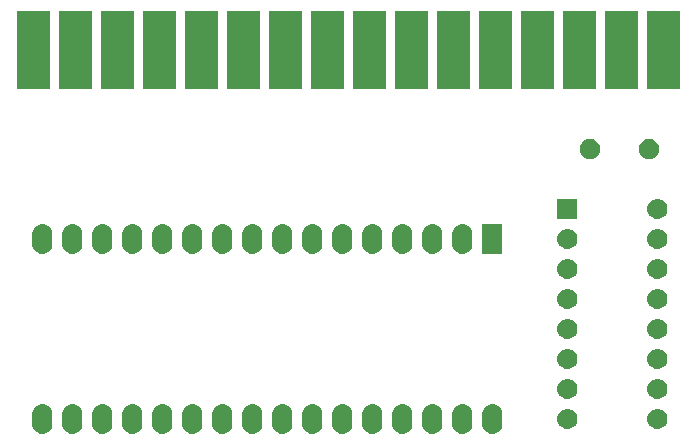
<source format=gbr>
G04 #@! TF.GenerationSoftware,KiCad,Pcbnew,(5.1.4)-1*
G04 #@! TF.CreationDate,2019-11-15T07:05:28+03:00*
G04 #@! TF.ProjectId,ApogeeRom,41706f67-6565-4526-9f6d-2e6b69636164,rev?*
G04 #@! TF.SameCoordinates,Original*
G04 #@! TF.FileFunction,Soldermask,Top*
G04 #@! TF.FilePolarity,Negative*
%FSLAX46Y46*%
G04 Gerber Fmt 4.6, Leading zero omitted, Abs format (unit mm)*
G04 Created by KiCad (PCBNEW (5.1.4)-1) date 2019-11-15 07:05:28*
%MOMM*%
%LPD*%
G04 APERTURE LIST*
%ADD10C,0.100000*%
G04 APERTURE END LIST*
D10*
G36*
X128436823Y-96551313D02*
G01*
X128597242Y-96599976D01*
X128729906Y-96670886D01*
X128745078Y-96678996D01*
X128874659Y-96785341D01*
X128981004Y-96914922D01*
X128981005Y-96914924D01*
X129060024Y-97062758D01*
X129060025Y-97062761D01*
X129064950Y-97078996D01*
X129108687Y-97223178D01*
X129121000Y-97348197D01*
X129121000Y-98231804D01*
X129108687Y-98356823D01*
X129108686Y-98356825D01*
X129064950Y-98501005D01*
X129060024Y-98517242D01*
X129000456Y-98628686D01*
X128981004Y-98665078D01*
X128874659Y-98794659D01*
X128745077Y-98901005D01*
X128597241Y-98980024D01*
X128436822Y-99028687D01*
X128270000Y-99045117D01*
X128103177Y-99028687D01*
X127942758Y-98980024D01*
X127794924Y-98901005D01*
X127794922Y-98901004D01*
X127665341Y-98794659D01*
X127558995Y-98665077D01*
X127479976Y-98517241D01*
X127475051Y-98501004D01*
X127431314Y-98356824D01*
X127431313Y-98356822D01*
X127419000Y-98231803D01*
X127419000Y-97348197D01*
X127431314Y-97223177D01*
X127475051Y-97078996D01*
X127479976Y-97062761D01*
X127479977Y-97062758D01*
X127558996Y-96914924D01*
X127558997Y-96914922D01*
X127665342Y-96785341D01*
X127794923Y-96678996D01*
X127810095Y-96670886D01*
X127942759Y-96599976D01*
X128103178Y-96551313D01*
X128270000Y-96534883D01*
X128436823Y-96551313D01*
X128436823Y-96551313D01*
G37*
G36*
X123356823Y-96551313D02*
G01*
X123517242Y-96599976D01*
X123649906Y-96670886D01*
X123665078Y-96678996D01*
X123794659Y-96785341D01*
X123901004Y-96914922D01*
X123901005Y-96914924D01*
X123980024Y-97062758D01*
X123980025Y-97062761D01*
X123984950Y-97078996D01*
X124028687Y-97223178D01*
X124041000Y-97348197D01*
X124041000Y-98231804D01*
X124028687Y-98356823D01*
X124028686Y-98356825D01*
X123984950Y-98501005D01*
X123980024Y-98517242D01*
X123920456Y-98628686D01*
X123901004Y-98665078D01*
X123794659Y-98794659D01*
X123665077Y-98901005D01*
X123517241Y-98980024D01*
X123356822Y-99028687D01*
X123190000Y-99045117D01*
X123023177Y-99028687D01*
X122862758Y-98980024D01*
X122714924Y-98901005D01*
X122714922Y-98901004D01*
X122585341Y-98794659D01*
X122478995Y-98665077D01*
X122399976Y-98517241D01*
X122395051Y-98501004D01*
X122351314Y-98356824D01*
X122351313Y-98356822D01*
X122339000Y-98231803D01*
X122339000Y-97348197D01*
X122351314Y-97223177D01*
X122395051Y-97078996D01*
X122399976Y-97062761D01*
X122399977Y-97062758D01*
X122478996Y-96914924D01*
X122478997Y-96914922D01*
X122585342Y-96785341D01*
X122714923Y-96678996D01*
X122730095Y-96670886D01*
X122862759Y-96599976D01*
X123023178Y-96551313D01*
X123190000Y-96534883D01*
X123356823Y-96551313D01*
X123356823Y-96551313D01*
G37*
G36*
X143676823Y-96551313D02*
G01*
X143837242Y-96599976D01*
X143969906Y-96670886D01*
X143985078Y-96678996D01*
X144114659Y-96785341D01*
X144221004Y-96914922D01*
X144221005Y-96914924D01*
X144300024Y-97062758D01*
X144300025Y-97062761D01*
X144304950Y-97078996D01*
X144348687Y-97223178D01*
X144361000Y-97348197D01*
X144361000Y-98231804D01*
X144348687Y-98356823D01*
X144348686Y-98356825D01*
X144304950Y-98501005D01*
X144300024Y-98517242D01*
X144240456Y-98628686D01*
X144221004Y-98665078D01*
X144114659Y-98794659D01*
X143985077Y-98901005D01*
X143837241Y-98980024D01*
X143676822Y-99028687D01*
X143510000Y-99045117D01*
X143343177Y-99028687D01*
X143182758Y-98980024D01*
X143034924Y-98901005D01*
X143034922Y-98901004D01*
X142905341Y-98794659D01*
X142798995Y-98665077D01*
X142719976Y-98517241D01*
X142715051Y-98501004D01*
X142671314Y-98356824D01*
X142671313Y-98356822D01*
X142659000Y-98231803D01*
X142659000Y-97348197D01*
X142671314Y-97223177D01*
X142715051Y-97078996D01*
X142719976Y-97062761D01*
X142719977Y-97062758D01*
X142798996Y-96914924D01*
X142798997Y-96914922D01*
X142905342Y-96785341D01*
X143034923Y-96678996D01*
X143050095Y-96670886D01*
X143182759Y-96599976D01*
X143343178Y-96551313D01*
X143510000Y-96534883D01*
X143676823Y-96551313D01*
X143676823Y-96551313D01*
G37*
G36*
X141136823Y-96551313D02*
G01*
X141297242Y-96599976D01*
X141429906Y-96670886D01*
X141445078Y-96678996D01*
X141574659Y-96785341D01*
X141681004Y-96914922D01*
X141681005Y-96914924D01*
X141760024Y-97062758D01*
X141760025Y-97062761D01*
X141764950Y-97078996D01*
X141808687Y-97223178D01*
X141821000Y-97348197D01*
X141821000Y-98231804D01*
X141808687Y-98356823D01*
X141808686Y-98356825D01*
X141764950Y-98501005D01*
X141760024Y-98517242D01*
X141700456Y-98628686D01*
X141681004Y-98665078D01*
X141574659Y-98794659D01*
X141445077Y-98901005D01*
X141297241Y-98980024D01*
X141136822Y-99028687D01*
X140970000Y-99045117D01*
X140803177Y-99028687D01*
X140642758Y-98980024D01*
X140494924Y-98901005D01*
X140494922Y-98901004D01*
X140365341Y-98794659D01*
X140258995Y-98665077D01*
X140179976Y-98517241D01*
X140175051Y-98501004D01*
X140131314Y-98356824D01*
X140131313Y-98356822D01*
X140119000Y-98231803D01*
X140119000Y-97348197D01*
X140131314Y-97223177D01*
X140175051Y-97078996D01*
X140179976Y-97062761D01*
X140179977Y-97062758D01*
X140258996Y-96914924D01*
X140258997Y-96914922D01*
X140365342Y-96785341D01*
X140494923Y-96678996D01*
X140510095Y-96670886D01*
X140642759Y-96599976D01*
X140803178Y-96551313D01*
X140970000Y-96534883D01*
X141136823Y-96551313D01*
X141136823Y-96551313D01*
G37*
G36*
X138596823Y-96551313D02*
G01*
X138757242Y-96599976D01*
X138889906Y-96670886D01*
X138905078Y-96678996D01*
X139034659Y-96785341D01*
X139141004Y-96914922D01*
X139141005Y-96914924D01*
X139220024Y-97062758D01*
X139220025Y-97062761D01*
X139224950Y-97078996D01*
X139268687Y-97223178D01*
X139281000Y-97348197D01*
X139281000Y-98231804D01*
X139268687Y-98356823D01*
X139268686Y-98356825D01*
X139224950Y-98501005D01*
X139220024Y-98517242D01*
X139160456Y-98628686D01*
X139141004Y-98665078D01*
X139034659Y-98794659D01*
X138905077Y-98901005D01*
X138757241Y-98980024D01*
X138596822Y-99028687D01*
X138430000Y-99045117D01*
X138263177Y-99028687D01*
X138102758Y-98980024D01*
X137954924Y-98901005D01*
X137954922Y-98901004D01*
X137825341Y-98794659D01*
X137718995Y-98665077D01*
X137639976Y-98517241D01*
X137635051Y-98501004D01*
X137591314Y-98356824D01*
X137591313Y-98356822D01*
X137579000Y-98231803D01*
X137579000Y-97348197D01*
X137591314Y-97223177D01*
X137635051Y-97078996D01*
X137639976Y-97062761D01*
X137639977Y-97062758D01*
X137718996Y-96914924D01*
X137718997Y-96914922D01*
X137825342Y-96785341D01*
X137954923Y-96678996D01*
X137970095Y-96670886D01*
X138102759Y-96599976D01*
X138263178Y-96551313D01*
X138430000Y-96534883D01*
X138596823Y-96551313D01*
X138596823Y-96551313D01*
G37*
G36*
X136056823Y-96551313D02*
G01*
X136217242Y-96599976D01*
X136349906Y-96670886D01*
X136365078Y-96678996D01*
X136494659Y-96785341D01*
X136601004Y-96914922D01*
X136601005Y-96914924D01*
X136680024Y-97062758D01*
X136680025Y-97062761D01*
X136684950Y-97078996D01*
X136728687Y-97223178D01*
X136741000Y-97348197D01*
X136741000Y-98231804D01*
X136728687Y-98356823D01*
X136728686Y-98356825D01*
X136684950Y-98501005D01*
X136680024Y-98517242D01*
X136620456Y-98628686D01*
X136601004Y-98665078D01*
X136494659Y-98794659D01*
X136365077Y-98901005D01*
X136217241Y-98980024D01*
X136056822Y-99028687D01*
X135890000Y-99045117D01*
X135723177Y-99028687D01*
X135562758Y-98980024D01*
X135414924Y-98901005D01*
X135414922Y-98901004D01*
X135285341Y-98794659D01*
X135178995Y-98665077D01*
X135099976Y-98517241D01*
X135095051Y-98501004D01*
X135051314Y-98356824D01*
X135051313Y-98356822D01*
X135039000Y-98231803D01*
X135039000Y-97348197D01*
X135051314Y-97223177D01*
X135095051Y-97078996D01*
X135099976Y-97062761D01*
X135099977Y-97062758D01*
X135178996Y-96914924D01*
X135178997Y-96914922D01*
X135285342Y-96785341D01*
X135414923Y-96678996D01*
X135430095Y-96670886D01*
X135562759Y-96599976D01*
X135723178Y-96551313D01*
X135890000Y-96534883D01*
X136056823Y-96551313D01*
X136056823Y-96551313D01*
G37*
G36*
X133516823Y-96551313D02*
G01*
X133677242Y-96599976D01*
X133809906Y-96670886D01*
X133825078Y-96678996D01*
X133954659Y-96785341D01*
X134061004Y-96914922D01*
X134061005Y-96914924D01*
X134140024Y-97062758D01*
X134140025Y-97062761D01*
X134144950Y-97078996D01*
X134188687Y-97223178D01*
X134201000Y-97348197D01*
X134201000Y-98231804D01*
X134188687Y-98356823D01*
X134188686Y-98356825D01*
X134144950Y-98501005D01*
X134140024Y-98517242D01*
X134080456Y-98628686D01*
X134061004Y-98665078D01*
X133954659Y-98794659D01*
X133825077Y-98901005D01*
X133677241Y-98980024D01*
X133516822Y-99028687D01*
X133350000Y-99045117D01*
X133183177Y-99028687D01*
X133022758Y-98980024D01*
X132874924Y-98901005D01*
X132874922Y-98901004D01*
X132745341Y-98794659D01*
X132638995Y-98665077D01*
X132559976Y-98517241D01*
X132555051Y-98501004D01*
X132511314Y-98356824D01*
X132511313Y-98356822D01*
X132499000Y-98231803D01*
X132499000Y-97348197D01*
X132511314Y-97223177D01*
X132555051Y-97078996D01*
X132559976Y-97062761D01*
X132559977Y-97062758D01*
X132638996Y-96914924D01*
X132638997Y-96914922D01*
X132745342Y-96785341D01*
X132874923Y-96678996D01*
X132890095Y-96670886D01*
X133022759Y-96599976D01*
X133183178Y-96551313D01*
X133350000Y-96534883D01*
X133516823Y-96551313D01*
X133516823Y-96551313D01*
G37*
G36*
X130976823Y-96551313D02*
G01*
X131137242Y-96599976D01*
X131269906Y-96670886D01*
X131285078Y-96678996D01*
X131414659Y-96785341D01*
X131521004Y-96914922D01*
X131521005Y-96914924D01*
X131600024Y-97062758D01*
X131600025Y-97062761D01*
X131604950Y-97078996D01*
X131648687Y-97223178D01*
X131661000Y-97348197D01*
X131661000Y-98231804D01*
X131648687Y-98356823D01*
X131648686Y-98356825D01*
X131604950Y-98501005D01*
X131600024Y-98517242D01*
X131540456Y-98628686D01*
X131521004Y-98665078D01*
X131414659Y-98794659D01*
X131285077Y-98901005D01*
X131137241Y-98980024D01*
X130976822Y-99028687D01*
X130810000Y-99045117D01*
X130643177Y-99028687D01*
X130482758Y-98980024D01*
X130334924Y-98901005D01*
X130334922Y-98901004D01*
X130205341Y-98794659D01*
X130098995Y-98665077D01*
X130019976Y-98517241D01*
X130015051Y-98501004D01*
X129971314Y-98356824D01*
X129971313Y-98356822D01*
X129959000Y-98231803D01*
X129959000Y-97348197D01*
X129971314Y-97223177D01*
X130015051Y-97078996D01*
X130019976Y-97062761D01*
X130019977Y-97062758D01*
X130098996Y-96914924D01*
X130098997Y-96914922D01*
X130205342Y-96785341D01*
X130334923Y-96678996D01*
X130350095Y-96670886D01*
X130482759Y-96599976D01*
X130643178Y-96551313D01*
X130810000Y-96534883D01*
X130976823Y-96551313D01*
X130976823Y-96551313D01*
G37*
G36*
X125896823Y-96551313D02*
G01*
X126057242Y-96599976D01*
X126189906Y-96670886D01*
X126205078Y-96678996D01*
X126334659Y-96785341D01*
X126441004Y-96914922D01*
X126441005Y-96914924D01*
X126520024Y-97062758D01*
X126520025Y-97062761D01*
X126524950Y-97078996D01*
X126568687Y-97223178D01*
X126581000Y-97348197D01*
X126581000Y-98231804D01*
X126568687Y-98356823D01*
X126568686Y-98356825D01*
X126524950Y-98501005D01*
X126520024Y-98517242D01*
X126460456Y-98628686D01*
X126441004Y-98665078D01*
X126334659Y-98794659D01*
X126205077Y-98901005D01*
X126057241Y-98980024D01*
X125896822Y-99028687D01*
X125730000Y-99045117D01*
X125563177Y-99028687D01*
X125402758Y-98980024D01*
X125254924Y-98901005D01*
X125254922Y-98901004D01*
X125125341Y-98794659D01*
X125018995Y-98665077D01*
X124939976Y-98517241D01*
X124935051Y-98501004D01*
X124891314Y-98356824D01*
X124891313Y-98356822D01*
X124879000Y-98231803D01*
X124879000Y-97348197D01*
X124891314Y-97223177D01*
X124935051Y-97078996D01*
X124939976Y-97062761D01*
X124939977Y-97062758D01*
X125018996Y-96914924D01*
X125018997Y-96914922D01*
X125125342Y-96785341D01*
X125254923Y-96678996D01*
X125270095Y-96670886D01*
X125402759Y-96599976D01*
X125563178Y-96551313D01*
X125730000Y-96534883D01*
X125896823Y-96551313D01*
X125896823Y-96551313D01*
G37*
G36*
X120816823Y-96551313D02*
G01*
X120977242Y-96599976D01*
X121109906Y-96670886D01*
X121125078Y-96678996D01*
X121254659Y-96785341D01*
X121361004Y-96914922D01*
X121361005Y-96914924D01*
X121440024Y-97062758D01*
X121440025Y-97062761D01*
X121444950Y-97078996D01*
X121488687Y-97223178D01*
X121501000Y-97348197D01*
X121501000Y-98231804D01*
X121488687Y-98356823D01*
X121488686Y-98356825D01*
X121444950Y-98501005D01*
X121440024Y-98517242D01*
X121380456Y-98628686D01*
X121361004Y-98665078D01*
X121254659Y-98794659D01*
X121125077Y-98901005D01*
X120977241Y-98980024D01*
X120816822Y-99028687D01*
X120650000Y-99045117D01*
X120483177Y-99028687D01*
X120322758Y-98980024D01*
X120174924Y-98901005D01*
X120174922Y-98901004D01*
X120045341Y-98794659D01*
X119938995Y-98665077D01*
X119859976Y-98517241D01*
X119855051Y-98501004D01*
X119811314Y-98356824D01*
X119811313Y-98356822D01*
X119799000Y-98231803D01*
X119799000Y-97348197D01*
X119811314Y-97223177D01*
X119855051Y-97078996D01*
X119859976Y-97062761D01*
X119859977Y-97062758D01*
X119938996Y-96914924D01*
X119938997Y-96914922D01*
X120045342Y-96785341D01*
X120174923Y-96678996D01*
X120190095Y-96670886D01*
X120322759Y-96599976D01*
X120483178Y-96551313D01*
X120650000Y-96534883D01*
X120816823Y-96551313D01*
X120816823Y-96551313D01*
G37*
G36*
X118276823Y-96551313D02*
G01*
X118437242Y-96599976D01*
X118569906Y-96670886D01*
X118585078Y-96678996D01*
X118714659Y-96785341D01*
X118821004Y-96914922D01*
X118821005Y-96914924D01*
X118900024Y-97062758D01*
X118900025Y-97062761D01*
X118904950Y-97078996D01*
X118948687Y-97223178D01*
X118961000Y-97348197D01*
X118961000Y-98231804D01*
X118948687Y-98356823D01*
X118948686Y-98356825D01*
X118904950Y-98501005D01*
X118900024Y-98517242D01*
X118840456Y-98628686D01*
X118821004Y-98665078D01*
X118714659Y-98794659D01*
X118585077Y-98901005D01*
X118437241Y-98980024D01*
X118276822Y-99028687D01*
X118110000Y-99045117D01*
X117943177Y-99028687D01*
X117782758Y-98980024D01*
X117634924Y-98901005D01*
X117634922Y-98901004D01*
X117505341Y-98794659D01*
X117398995Y-98665077D01*
X117319976Y-98517241D01*
X117315051Y-98501004D01*
X117271314Y-98356824D01*
X117271313Y-98356822D01*
X117259000Y-98231803D01*
X117259000Y-97348197D01*
X117271314Y-97223177D01*
X117315051Y-97078996D01*
X117319976Y-97062761D01*
X117319977Y-97062758D01*
X117398996Y-96914924D01*
X117398997Y-96914922D01*
X117505342Y-96785341D01*
X117634923Y-96678996D01*
X117650095Y-96670886D01*
X117782759Y-96599976D01*
X117943178Y-96551313D01*
X118110000Y-96534883D01*
X118276823Y-96551313D01*
X118276823Y-96551313D01*
G37*
G36*
X115736823Y-96551313D02*
G01*
X115897242Y-96599976D01*
X116029906Y-96670886D01*
X116045078Y-96678996D01*
X116174659Y-96785341D01*
X116281004Y-96914922D01*
X116281005Y-96914924D01*
X116360024Y-97062758D01*
X116360025Y-97062761D01*
X116364950Y-97078996D01*
X116408687Y-97223178D01*
X116421000Y-97348197D01*
X116421000Y-98231804D01*
X116408687Y-98356823D01*
X116408686Y-98356825D01*
X116364950Y-98501005D01*
X116360024Y-98517242D01*
X116300456Y-98628686D01*
X116281004Y-98665078D01*
X116174659Y-98794659D01*
X116045077Y-98901005D01*
X115897241Y-98980024D01*
X115736822Y-99028687D01*
X115570000Y-99045117D01*
X115403177Y-99028687D01*
X115242758Y-98980024D01*
X115094924Y-98901005D01*
X115094922Y-98901004D01*
X114965341Y-98794659D01*
X114858995Y-98665077D01*
X114779976Y-98517241D01*
X114775051Y-98501004D01*
X114731314Y-98356824D01*
X114731313Y-98356822D01*
X114719000Y-98231803D01*
X114719000Y-97348197D01*
X114731314Y-97223177D01*
X114775051Y-97078996D01*
X114779976Y-97062761D01*
X114779977Y-97062758D01*
X114858996Y-96914924D01*
X114858997Y-96914922D01*
X114965342Y-96785341D01*
X115094923Y-96678996D01*
X115110095Y-96670886D01*
X115242759Y-96599976D01*
X115403178Y-96551313D01*
X115570000Y-96534883D01*
X115736823Y-96551313D01*
X115736823Y-96551313D01*
G37*
G36*
X113196823Y-96551313D02*
G01*
X113357242Y-96599976D01*
X113489906Y-96670886D01*
X113505078Y-96678996D01*
X113634659Y-96785341D01*
X113741004Y-96914922D01*
X113741005Y-96914924D01*
X113820024Y-97062758D01*
X113820025Y-97062761D01*
X113824950Y-97078996D01*
X113868687Y-97223178D01*
X113881000Y-97348197D01*
X113881000Y-98231804D01*
X113868687Y-98356823D01*
X113868686Y-98356825D01*
X113824950Y-98501005D01*
X113820024Y-98517242D01*
X113760456Y-98628686D01*
X113741004Y-98665078D01*
X113634659Y-98794659D01*
X113505077Y-98901005D01*
X113357241Y-98980024D01*
X113196822Y-99028687D01*
X113030000Y-99045117D01*
X112863177Y-99028687D01*
X112702758Y-98980024D01*
X112554924Y-98901005D01*
X112554922Y-98901004D01*
X112425341Y-98794659D01*
X112318995Y-98665077D01*
X112239976Y-98517241D01*
X112235051Y-98501004D01*
X112191314Y-98356824D01*
X112191313Y-98356822D01*
X112179000Y-98231803D01*
X112179000Y-97348197D01*
X112191314Y-97223177D01*
X112235051Y-97078996D01*
X112239976Y-97062761D01*
X112239977Y-97062758D01*
X112318996Y-96914924D01*
X112318997Y-96914922D01*
X112425342Y-96785341D01*
X112554923Y-96678996D01*
X112570095Y-96670886D01*
X112702759Y-96599976D01*
X112863178Y-96551313D01*
X113030000Y-96534883D01*
X113196823Y-96551313D01*
X113196823Y-96551313D01*
G37*
G36*
X110656823Y-96551313D02*
G01*
X110817242Y-96599976D01*
X110949906Y-96670886D01*
X110965078Y-96678996D01*
X111094659Y-96785341D01*
X111201004Y-96914922D01*
X111201005Y-96914924D01*
X111280024Y-97062758D01*
X111280025Y-97062761D01*
X111284950Y-97078996D01*
X111328687Y-97223178D01*
X111341000Y-97348197D01*
X111341000Y-98231804D01*
X111328687Y-98356823D01*
X111328686Y-98356825D01*
X111284950Y-98501005D01*
X111280024Y-98517242D01*
X111220456Y-98628686D01*
X111201004Y-98665078D01*
X111094659Y-98794659D01*
X110965077Y-98901005D01*
X110817241Y-98980024D01*
X110656822Y-99028687D01*
X110490000Y-99045117D01*
X110323177Y-99028687D01*
X110162758Y-98980024D01*
X110014924Y-98901005D01*
X110014922Y-98901004D01*
X109885341Y-98794659D01*
X109778995Y-98665077D01*
X109699976Y-98517241D01*
X109695051Y-98501004D01*
X109651314Y-98356824D01*
X109651313Y-98356822D01*
X109639000Y-98231803D01*
X109639000Y-97348197D01*
X109651314Y-97223177D01*
X109695051Y-97078996D01*
X109699976Y-97062761D01*
X109699977Y-97062758D01*
X109778996Y-96914924D01*
X109778997Y-96914922D01*
X109885342Y-96785341D01*
X110014923Y-96678996D01*
X110030095Y-96670886D01*
X110162759Y-96599976D01*
X110323178Y-96551313D01*
X110490000Y-96534883D01*
X110656823Y-96551313D01*
X110656823Y-96551313D01*
G37*
G36*
X108116823Y-96551313D02*
G01*
X108277242Y-96599976D01*
X108409906Y-96670886D01*
X108425078Y-96678996D01*
X108554659Y-96785341D01*
X108661004Y-96914922D01*
X108661005Y-96914924D01*
X108740024Y-97062758D01*
X108740025Y-97062761D01*
X108744950Y-97078996D01*
X108788687Y-97223178D01*
X108801000Y-97348197D01*
X108801000Y-98231804D01*
X108788687Y-98356823D01*
X108788686Y-98356825D01*
X108744950Y-98501005D01*
X108740024Y-98517242D01*
X108680456Y-98628686D01*
X108661004Y-98665078D01*
X108554659Y-98794659D01*
X108425077Y-98901005D01*
X108277241Y-98980024D01*
X108116822Y-99028687D01*
X107950000Y-99045117D01*
X107783177Y-99028687D01*
X107622758Y-98980024D01*
X107474924Y-98901005D01*
X107474922Y-98901004D01*
X107345341Y-98794659D01*
X107238995Y-98665077D01*
X107159976Y-98517241D01*
X107155051Y-98501004D01*
X107111314Y-98356824D01*
X107111313Y-98356822D01*
X107099000Y-98231803D01*
X107099000Y-97348197D01*
X107111314Y-97223177D01*
X107155051Y-97078996D01*
X107159976Y-97062761D01*
X107159977Y-97062758D01*
X107238996Y-96914924D01*
X107238997Y-96914922D01*
X107345342Y-96785341D01*
X107474923Y-96678996D01*
X107490095Y-96670886D01*
X107622759Y-96599976D01*
X107783178Y-96551313D01*
X107950000Y-96534883D01*
X108116823Y-96551313D01*
X108116823Y-96551313D01*
G37*
G36*
X105576823Y-96551313D02*
G01*
X105737242Y-96599976D01*
X105869906Y-96670886D01*
X105885078Y-96678996D01*
X106014659Y-96785341D01*
X106121004Y-96914922D01*
X106121005Y-96914924D01*
X106200024Y-97062758D01*
X106200025Y-97062761D01*
X106204950Y-97078996D01*
X106248687Y-97223178D01*
X106261000Y-97348197D01*
X106261000Y-98231804D01*
X106248687Y-98356823D01*
X106248686Y-98356825D01*
X106204950Y-98501005D01*
X106200024Y-98517242D01*
X106140456Y-98628686D01*
X106121004Y-98665078D01*
X106014659Y-98794659D01*
X105885077Y-98901005D01*
X105737241Y-98980024D01*
X105576822Y-99028687D01*
X105410000Y-99045117D01*
X105243177Y-99028687D01*
X105082758Y-98980024D01*
X104934924Y-98901005D01*
X104934922Y-98901004D01*
X104805341Y-98794659D01*
X104698995Y-98665077D01*
X104619976Y-98517241D01*
X104615051Y-98501004D01*
X104571314Y-98356824D01*
X104571313Y-98356822D01*
X104559000Y-98231803D01*
X104559000Y-97348197D01*
X104571314Y-97223177D01*
X104615051Y-97078996D01*
X104619976Y-97062761D01*
X104619977Y-97062758D01*
X104698996Y-96914924D01*
X104698997Y-96914922D01*
X104805342Y-96785341D01*
X104934923Y-96678996D01*
X104950095Y-96670886D01*
X105082759Y-96599976D01*
X105243178Y-96551313D01*
X105410000Y-96534883D01*
X105576823Y-96551313D01*
X105576823Y-96551313D01*
G37*
G36*
X150026823Y-96951313D02*
G01*
X150187242Y-96999976D01*
X150304699Y-97062758D01*
X150335078Y-97078996D01*
X150464659Y-97185341D01*
X150571004Y-97314922D01*
X150571005Y-97314924D01*
X150650024Y-97462758D01*
X150698687Y-97623177D01*
X150715117Y-97790000D01*
X150698687Y-97956823D01*
X150650024Y-98117242D01*
X150588792Y-98231799D01*
X150571004Y-98265078D01*
X150464659Y-98394659D01*
X150335078Y-98501004D01*
X150335076Y-98501005D01*
X150187242Y-98580024D01*
X150026823Y-98628687D01*
X149901804Y-98641000D01*
X149818196Y-98641000D01*
X149693177Y-98628687D01*
X149532758Y-98580024D01*
X149384924Y-98501005D01*
X149384922Y-98501004D01*
X149255341Y-98394659D01*
X149148996Y-98265078D01*
X149131208Y-98231799D01*
X149069976Y-98117242D01*
X149021313Y-97956823D01*
X149004883Y-97790000D01*
X149021313Y-97623177D01*
X149069976Y-97462758D01*
X149148995Y-97314924D01*
X149148996Y-97314922D01*
X149255341Y-97185341D01*
X149384922Y-97078996D01*
X149415301Y-97062758D01*
X149532758Y-96999976D01*
X149693177Y-96951313D01*
X149818196Y-96939000D01*
X149901804Y-96939000D01*
X150026823Y-96951313D01*
X150026823Y-96951313D01*
G37*
G36*
X157646823Y-96951313D02*
G01*
X157807242Y-96999976D01*
X157924699Y-97062758D01*
X157955078Y-97078996D01*
X158084659Y-97185341D01*
X158191004Y-97314922D01*
X158191005Y-97314924D01*
X158270024Y-97462758D01*
X158318687Y-97623177D01*
X158335117Y-97790000D01*
X158318687Y-97956823D01*
X158270024Y-98117242D01*
X158208792Y-98231799D01*
X158191004Y-98265078D01*
X158084659Y-98394659D01*
X157955078Y-98501004D01*
X157955076Y-98501005D01*
X157807242Y-98580024D01*
X157646823Y-98628687D01*
X157521804Y-98641000D01*
X157438196Y-98641000D01*
X157313177Y-98628687D01*
X157152758Y-98580024D01*
X157004924Y-98501005D01*
X157004922Y-98501004D01*
X156875341Y-98394659D01*
X156768996Y-98265078D01*
X156751208Y-98231799D01*
X156689976Y-98117242D01*
X156641313Y-97956823D01*
X156624883Y-97790000D01*
X156641313Y-97623177D01*
X156689976Y-97462758D01*
X156768995Y-97314924D01*
X156768996Y-97314922D01*
X156875341Y-97185341D01*
X157004922Y-97078996D01*
X157035301Y-97062758D01*
X157152758Y-96999976D01*
X157313177Y-96951313D01*
X157438196Y-96939000D01*
X157521804Y-96939000D01*
X157646823Y-96951313D01*
X157646823Y-96951313D01*
G37*
G36*
X157646823Y-94411313D02*
G01*
X157807242Y-94459976D01*
X157939906Y-94530886D01*
X157955078Y-94538996D01*
X158084659Y-94645341D01*
X158191004Y-94774922D01*
X158191005Y-94774924D01*
X158270024Y-94922758D01*
X158318687Y-95083177D01*
X158335117Y-95250000D01*
X158318687Y-95416823D01*
X158270024Y-95577242D01*
X158199114Y-95709906D01*
X158191004Y-95725078D01*
X158084659Y-95854659D01*
X157955078Y-95961004D01*
X157955076Y-95961005D01*
X157807242Y-96040024D01*
X157646823Y-96088687D01*
X157521804Y-96101000D01*
X157438196Y-96101000D01*
X157313177Y-96088687D01*
X157152758Y-96040024D01*
X157004924Y-95961005D01*
X157004922Y-95961004D01*
X156875341Y-95854659D01*
X156768996Y-95725078D01*
X156760886Y-95709906D01*
X156689976Y-95577242D01*
X156641313Y-95416823D01*
X156624883Y-95250000D01*
X156641313Y-95083177D01*
X156689976Y-94922758D01*
X156768995Y-94774924D01*
X156768996Y-94774922D01*
X156875341Y-94645341D01*
X157004922Y-94538996D01*
X157020094Y-94530886D01*
X157152758Y-94459976D01*
X157313177Y-94411313D01*
X157438196Y-94399000D01*
X157521804Y-94399000D01*
X157646823Y-94411313D01*
X157646823Y-94411313D01*
G37*
G36*
X150026823Y-94411313D02*
G01*
X150187242Y-94459976D01*
X150319906Y-94530886D01*
X150335078Y-94538996D01*
X150464659Y-94645341D01*
X150571004Y-94774922D01*
X150571005Y-94774924D01*
X150650024Y-94922758D01*
X150698687Y-95083177D01*
X150715117Y-95250000D01*
X150698687Y-95416823D01*
X150650024Y-95577242D01*
X150579114Y-95709906D01*
X150571004Y-95725078D01*
X150464659Y-95854659D01*
X150335078Y-95961004D01*
X150335076Y-95961005D01*
X150187242Y-96040024D01*
X150026823Y-96088687D01*
X149901804Y-96101000D01*
X149818196Y-96101000D01*
X149693177Y-96088687D01*
X149532758Y-96040024D01*
X149384924Y-95961005D01*
X149384922Y-95961004D01*
X149255341Y-95854659D01*
X149148996Y-95725078D01*
X149140886Y-95709906D01*
X149069976Y-95577242D01*
X149021313Y-95416823D01*
X149004883Y-95250000D01*
X149021313Y-95083177D01*
X149069976Y-94922758D01*
X149148995Y-94774924D01*
X149148996Y-94774922D01*
X149255341Y-94645341D01*
X149384922Y-94538996D01*
X149400094Y-94530886D01*
X149532758Y-94459976D01*
X149693177Y-94411313D01*
X149818196Y-94399000D01*
X149901804Y-94399000D01*
X150026823Y-94411313D01*
X150026823Y-94411313D01*
G37*
G36*
X157646823Y-91871313D02*
G01*
X157807242Y-91919976D01*
X157939906Y-91990886D01*
X157955078Y-91998996D01*
X158084659Y-92105341D01*
X158191004Y-92234922D01*
X158191005Y-92234924D01*
X158270024Y-92382758D01*
X158318687Y-92543177D01*
X158335117Y-92710000D01*
X158318687Y-92876823D01*
X158270024Y-93037242D01*
X158199114Y-93169906D01*
X158191004Y-93185078D01*
X158084659Y-93314659D01*
X157955078Y-93421004D01*
X157955076Y-93421005D01*
X157807242Y-93500024D01*
X157646823Y-93548687D01*
X157521804Y-93561000D01*
X157438196Y-93561000D01*
X157313177Y-93548687D01*
X157152758Y-93500024D01*
X157004924Y-93421005D01*
X157004922Y-93421004D01*
X156875341Y-93314659D01*
X156768996Y-93185078D01*
X156760886Y-93169906D01*
X156689976Y-93037242D01*
X156641313Y-92876823D01*
X156624883Y-92710000D01*
X156641313Y-92543177D01*
X156689976Y-92382758D01*
X156768995Y-92234924D01*
X156768996Y-92234922D01*
X156875341Y-92105341D01*
X157004922Y-91998996D01*
X157020094Y-91990886D01*
X157152758Y-91919976D01*
X157313177Y-91871313D01*
X157438196Y-91859000D01*
X157521804Y-91859000D01*
X157646823Y-91871313D01*
X157646823Y-91871313D01*
G37*
G36*
X150026823Y-91871313D02*
G01*
X150187242Y-91919976D01*
X150319906Y-91990886D01*
X150335078Y-91998996D01*
X150464659Y-92105341D01*
X150571004Y-92234922D01*
X150571005Y-92234924D01*
X150650024Y-92382758D01*
X150698687Y-92543177D01*
X150715117Y-92710000D01*
X150698687Y-92876823D01*
X150650024Y-93037242D01*
X150579114Y-93169906D01*
X150571004Y-93185078D01*
X150464659Y-93314659D01*
X150335078Y-93421004D01*
X150335076Y-93421005D01*
X150187242Y-93500024D01*
X150026823Y-93548687D01*
X149901804Y-93561000D01*
X149818196Y-93561000D01*
X149693177Y-93548687D01*
X149532758Y-93500024D01*
X149384924Y-93421005D01*
X149384922Y-93421004D01*
X149255341Y-93314659D01*
X149148996Y-93185078D01*
X149140886Y-93169906D01*
X149069976Y-93037242D01*
X149021313Y-92876823D01*
X149004883Y-92710000D01*
X149021313Y-92543177D01*
X149069976Y-92382758D01*
X149148995Y-92234924D01*
X149148996Y-92234922D01*
X149255341Y-92105341D01*
X149384922Y-91998996D01*
X149400094Y-91990886D01*
X149532758Y-91919976D01*
X149693177Y-91871313D01*
X149818196Y-91859000D01*
X149901804Y-91859000D01*
X150026823Y-91871313D01*
X150026823Y-91871313D01*
G37*
G36*
X157646823Y-89331313D02*
G01*
X157807242Y-89379976D01*
X157939906Y-89450886D01*
X157955078Y-89458996D01*
X158084659Y-89565341D01*
X158191004Y-89694922D01*
X158191005Y-89694924D01*
X158270024Y-89842758D01*
X158318687Y-90003177D01*
X158335117Y-90170000D01*
X158318687Y-90336823D01*
X158270024Y-90497242D01*
X158199114Y-90629906D01*
X158191004Y-90645078D01*
X158084659Y-90774659D01*
X157955078Y-90881004D01*
X157955076Y-90881005D01*
X157807242Y-90960024D01*
X157646823Y-91008687D01*
X157521804Y-91021000D01*
X157438196Y-91021000D01*
X157313177Y-91008687D01*
X157152758Y-90960024D01*
X157004924Y-90881005D01*
X157004922Y-90881004D01*
X156875341Y-90774659D01*
X156768996Y-90645078D01*
X156760886Y-90629906D01*
X156689976Y-90497242D01*
X156641313Y-90336823D01*
X156624883Y-90170000D01*
X156641313Y-90003177D01*
X156689976Y-89842758D01*
X156768995Y-89694924D01*
X156768996Y-89694922D01*
X156875341Y-89565341D01*
X157004922Y-89458996D01*
X157020094Y-89450886D01*
X157152758Y-89379976D01*
X157313177Y-89331313D01*
X157438196Y-89319000D01*
X157521804Y-89319000D01*
X157646823Y-89331313D01*
X157646823Y-89331313D01*
G37*
G36*
X150026823Y-89331313D02*
G01*
X150187242Y-89379976D01*
X150319906Y-89450886D01*
X150335078Y-89458996D01*
X150464659Y-89565341D01*
X150571004Y-89694922D01*
X150571005Y-89694924D01*
X150650024Y-89842758D01*
X150698687Y-90003177D01*
X150715117Y-90170000D01*
X150698687Y-90336823D01*
X150650024Y-90497242D01*
X150579114Y-90629906D01*
X150571004Y-90645078D01*
X150464659Y-90774659D01*
X150335078Y-90881004D01*
X150335076Y-90881005D01*
X150187242Y-90960024D01*
X150026823Y-91008687D01*
X149901804Y-91021000D01*
X149818196Y-91021000D01*
X149693177Y-91008687D01*
X149532758Y-90960024D01*
X149384924Y-90881005D01*
X149384922Y-90881004D01*
X149255341Y-90774659D01*
X149148996Y-90645078D01*
X149140886Y-90629906D01*
X149069976Y-90497242D01*
X149021313Y-90336823D01*
X149004883Y-90170000D01*
X149021313Y-90003177D01*
X149069976Y-89842758D01*
X149148995Y-89694924D01*
X149148996Y-89694922D01*
X149255341Y-89565341D01*
X149384922Y-89458996D01*
X149400094Y-89450886D01*
X149532758Y-89379976D01*
X149693177Y-89331313D01*
X149818196Y-89319000D01*
X149901804Y-89319000D01*
X150026823Y-89331313D01*
X150026823Y-89331313D01*
G37*
G36*
X150026823Y-86791313D02*
G01*
X150187242Y-86839976D01*
X150319906Y-86910886D01*
X150335078Y-86918996D01*
X150464659Y-87025341D01*
X150571004Y-87154922D01*
X150571005Y-87154924D01*
X150650024Y-87302758D01*
X150698687Y-87463177D01*
X150715117Y-87630000D01*
X150698687Y-87796823D01*
X150650024Y-87957242D01*
X150579114Y-88089906D01*
X150571004Y-88105078D01*
X150464659Y-88234659D01*
X150335078Y-88341004D01*
X150335076Y-88341005D01*
X150187242Y-88420024D01*
X150026823Y-88468687D01*
X149901804Y-88481000D01*
X149818196Y-88481000D01*
X149693177Y-88468687D01*
X149532758Y-88420024D01*
X149384924Y-88341005D01*
X149384922Y-88341004D01*
X149255341Y-88234659D01*
X149148996Y-88105078D01*
X149140886Y-88089906D01*
X149069976Y-87957242D01*
X149021313Y-87796823D01*
X149004883Y-87630000D01*
X149021313Y-87463177D01*
X149069976Y-87302758D01*
X149148995Y-87154924D01*
X149148996Y-87154922D01*
X149255341Y-87025341D01*
X149384922Y-86918996D01*
X149400094Y-86910886D01*
X149532758Y-86839976D01*
X149693177Y-86791313D01*
X149818196Y-86779000D01*
X149901804Y-86779000D01*
X150026823Y-86791313D01*
X150026823Y-86791313D01*
G37*
G36*
X157646823Y-86791313D02*
G01*
X157807242Y-86839976D01*
X157939906Y-86910886D01*
X157955078Y-86918996D01*
X158084659Y-87025341D01*
X158191004Y-87154922D01*
X158191005Y-87154924D01*
X158270024Y-87302758D01*
X158318687Y-87463177D01*
X158335117Y-87630000D01*
X158318687Y-87796823D01*
X158270024Y-87957242D01*
X158199114Y-88089906D01*
X158191004Y-88105078D01*
X158084659Y-88234659D01*
X157955078Y-88341004D01*
X157955076Y-88341005D01*
X157807242Y-88420024D01*
X157646823Y-88468687D01*
X157521804Y-88481000D01*
X157438196Y-88481000D01*
X157313177Y-88468687D01*
X157152758Y-88420024D01*
X157004924Y-88341005D01*
X157004922Y-88341004D01*
X156875341Y-88234659D01*
X156768996Y-88105078D01*
X156760886Y-88089906D01*
X156689976Y-87957242D01*
X156641313Y-87796823D01*
X156624883Y-87630000D01*
X156641313Y-87463177D01*
X156689976Y-87302758D01*
X156768995Y-87154924D01*
X156768996Y-87154922D01*
X156875341Y-87025341D01*
X157004922Y-86918996D01*
X157020094Y-86910886D01*
X157152758Y-86839976D01*
X157313177Y-86791313D01*
X157438196Y-86779000D01*
X157521804Y-86779000D01*
X157646823Y-86791313D01*
X157646823Y-86791313D01*
G37*
G36*
X157646823Y-84251313D02*
G01*
X157807242Y-84299976D01*
X157939906Y-84370886D01*
X157955078Y-84378996D01*
X158084659Y-84485341D01*
X158191004Y-84614922D01*
X158191005Y-84614924D01*
X158270024Y-84762758D01*
X158318687Y-84923177D01*
X158335117Y-85090000D01*
X158318687Y-85256823D01*
X158270024Y-85417242D01*
X158199114Y-85549906D01*
X158191004Y-85565078D01*
X158084659Y-85694659D01*
X157955078Y-85801004D01*
X157955076Y-85801005D01*
X157807242Y-85880024D01*
X157646823Y-85928687D01*
X157521804Y-85941000D01*
X157438196Y-85941000D01*
X157313177Y-85928687D01*
X157152758Y-85880024D01*
X157004924Y-85801005D01*
X157004922Y-85801004D01*
X156875341Y-85694659D01*
X156768996Y-85565078D01*
X156760886Y-85549906D01*
X156689976Y-85417242D01*
X156641313Y-85256823D01*
X156624883Y-85090000D01*
X156641313Y-84923177D01*
X156689976Y-84762758D01*
X156768995Y-84614924D01*
X156768996Y-84614922D01*
X156875341Y-84485341D01*
X157004922Y-84378996D01*
X157020094Y-84370886D01*
X157152758Y-84299976D01*
X157313177Y-84251313D01*
X157438196Y-84239000D01*
X157521804Y-84239000D01*
X157646823Y-84251313D01*
X157646823Y-84251313D01*
G37*
G36*
X150026823Y-84251313D02*
G01*
X150187242Y-84299976D01*
X150319906Y-84370886D01*
X150335078Y-84378996D01*
X150464659Y-84485341D01*
X150571004Y-84614922D01*
X150571005Y-84614924D01*
X150650024Y-84762758D01*
X150698687Y-84923177D01*
X150715117Y-85090000D01*
X150698687Y-85256823D01*
X150650024Y-85417242D01*
X150579114Y-85549906D01*
X150571004Y-85565078D01*
X150464659Y-85694659D01*
X150335078Y-85801004D01*
X150335076Y-85801005D01*
X150187242Y-85880024D01*
X150026823Y-85928687D01*
X149901804Y-85941000D01*
X149818196Y-85941000D01*
X149693177Y-85928687D01*
X149532758Y-85880024D01*
X149384924Y-85801005D01*
X149384922Y-85801004D01*
X149255341Y-85694659D01*
X149148996Y-85565078D01*
X149140886Y-85549906D01*
X149069976Y-85417242D01*
X149021313Y-85256823D01*
X149004883Y-85090000D01*
X149021313Y-84923177D01*
X149069976Y-84762758D01*
X149148995Y-84614924D01*
X149148996Y-84614922D01*
X149255341Y-84485341D01*
X149384922Y-84378996D01*
X149400094Y-84370886D01*
X149532758Y-84299976D01*
X149693177Y-84251313D01*
X149818196Y-84239000D01*
X149901804Y-84239000D01*
X150026823Y-84251313D01*
X150026823Y-84251313D01*
G37*
G36*
X120816823Y-81311313D02*
G01*
X120977242Y-81359976D01*
X121109906Y-81430886D01*
X121125078Y-81438996D01*
X121254659Y-81545341D01*
X121361004Y-81674922D01*
X121361005Y-81674924D01*
X121440024Y-81822758D01*
X121440025Y-81822761D01*
X121444950Y-81838996D01*
X121488687Y-81983178D01*
X121501000Y-82108197D01*
X121501000Y-82991804D01*
X121488687Y-83116823D01*
X121488686Y-83116825D01*
X121444950Y-83261005D01*
X121440024Y-83277242D01*
X121380456Y-83388686D01*
X121361004Y-83425078D01*
X121254659Y-83554659D01*
X121125077Y-83661005D01*
X120977241Y-83740024D01*
X120816822Y-83788687D01*
X120650000Y-83805117D01*
X120483177Y-83788687D01*
X120322758Y-83740024D01*
X120174924Y-83661005D01*
X120174922Y-83661004D01*
X120045341Y-83554659D01*
X119938995Y-83425077D01*
X119859976Y-83277241D01*
X119855051Y-83261004D01*
X119811314Y-83116824D01*
X119811313Y-83116822D01*
X119799000Y-82991803D01*
X119799000Y-82108197D01*
X119811314Y-81983177D01*
X119855051Y-81838996D01*
X119859976Y-81822761D01*
X119859977Y-81822758D01*
X119938996Y-81674924D01*
X119938997Y-81674922D01*
X120045342Y-81545341D01*
X120174923Y-81438996D01*
X120190095Y-81430886D01*
X120322759Y-81359976D01*
X120483178Y-81311313D01*
X120650000Y-81294883D01*
X120816823Y-81311313D01*
X120816823Y-81311313D01*
G37*
G36*
X123356823Y-81311313D02*
G01*
X123517242Y-81359976D01*
X123649906Y-81430886D01*
X123665078Y-81438996D01*
X123794659Y-81545341D01*
X123901004Y-81674922D01*
X123901005Y-81674924D01*
X123980024Y-81822758D01*
X123980025Y-81822761D01*
X123984950Y-81838996D01*
X124028687Y-81983178D01*
X124041000Y-82108197D01*
X124041000Y-82991804D01*
X124028687Y-83116823D01*
X124028686Y-83116825D01*
X123984950Y-83261005D01*
X123980024Y-83277242D01*
X123920456Y-83388686D01*
X123901004Y-83425078D01*
X123794659Y-83554659D01*
X123665077Y-83661005D01*
X123517241Y-83740024D01*
X123356822Y-83788687D01*
X123190000Y-83805117D01*
X123023177Y-83788687D01*
X122862758Y-83740024D01*
X122714924Y-83661005D01*
X122714922Y-83661004D01*
X122585341Y-83554659D01*
X122478995Y-83425077D01*
X122399976Y-83277241D01*
X122395051Y-83261004D01*
X122351314Y-83116824D01*
X122351313Y-83116822D01*
X122339000Y-82991803D01*
X122339000Y-82108197D01*
X122351314Y-81983177D01*
X122395051Y-81838996D01*
X122399976Y-81822761D01*
X122399977Y-81822758D01*
X122478996Y-81674924D01*
X122478997Y-81674922D01*
X122585342Y-81545341D01*
X122714923Y-81438996D01*
X122730095Y-81430886D01*
X122862759Y-81359976D01*
X123023178Y-81311313D01*
X123190000Y-81294883D01*
X123356823Y-81311313D01*
X123356823Y-81311313D01*
G37*
G36*
X125896823Y-81311313D02*
G01*
X126057242Y-81359976D01*
X126189906Y-81430886D01*
X126205078Y-81438996D01*
X126334659Y-81545341D01*
X126441004Y-81674922D01*
X126441005Y-81674924D01*
X126520024Y-81822758D01*
X126520025Y-81822761D01*
X126524950Y-81838996D01*
X126568687Y-81983178D01*
X126581000Y-82108197D01*
X126581000Y-82991804D01*
X126568687Y-83116823D01*
X126568686Y-83116825D01*
X126524950Y-83261005D01*
X126520024Y-83277242D01*
X126460456Y-83388686D01*
X126441004Y-83425078D01*
X126334659Y-83554659D01*
X126205077Y-83661005D01*
X126057241Y-83740024D01*
X125896822Y-83788687D01*
X125730000Y-83805117D01*
X125563177Y-83788687D01*
X125402758Y-83740024D01*
X125254924Y-83661005D01*
X125254922Y-83661004D01*
X125125341Y-83554659D01*
X125018995Y-83425077D01*
X124939976Y-83277241D01*
X124935051Y-83261004D01*
X124891314Y-83116824D01*
X124891313Y-83116822D01*
X124879000Y-82991803D01*
X124879000Y-82108197D01*
X124891314Y-81983177D01*
X124935051Y-81838996D01*
X124939976Y-81822761D01*
X124939977Y-81822758D01*
X125018996Y-81674924D01*
X125018997Y-81674922D01*
X125125342Y-81545341D01*
X125254923Y-81438996D01*
X125270095Y-81430886D01*
X125402759Y-81359976D01*
X125563178Y-81311313D01*
X125730000Y-81294883D01*
X125896823Y-81311313D01*
X125896823Y-81311313D01*
G37*
G36*
X128436823Y-81311313D02*
G01*
X128597242Y-81359976D01*
X128729906Y-81430886D01*
X128745078Y-81438996D01*
X128874659Y-81545341D01*
X128981004Y-81674922D01*
X128981005Y-81674924D01*
X129060024Y-81822758D01*
X129060025Y-81822761D01*
X129064950Y-81838996D01*
X129108687Y-81983178D01*
X129121000Y-82108197D01*
X129121000Y-82991804D01*
X129108687Y-83116823D01*
X129108686Y-83116825D01*
X129064950Y-83261005D01*
X129060024Y-83277242D01*
X129000456Y-83388686D01*
X128981004Y-83425078D01*
X128874659Y-83554659D01*
X128745077Y-83661005D01*
X128597241Y-83740024D01*
X128436822Y-83788687D01*
X128270000Y-83805117D01*
X128103177Y-83788687D01*
X127942758Y-83740024D01*
X127794924Y-83661005D01*
X127794922Y-83661004D01*
X127665341Y-83554659D01*
X127558995Y-83425077D01*
X127479976Y-83277241D01*
X127475051Y-83261004D01*
X127431314Y-83116824D01*
X127431313Y-83116822D01*
X127419000Y-82991803D01*
X127419000Y-82108197D01*
X127431314Y-81983177D01*
X127475051Y-81838996D01*
X127479976Y-81822761D01*
X127479977Y-81822758D01*
X127558996Y-81674924D01*
X127558997Y-81674922D01*
X127665342Y-81545341D01*
X127794923Y-81438996D01*
X127810095Y-81430886D01*
X127942759Y-81359976D01*
X128103178Y-81311313D01*
X128270000Y-81294883D01*
X128436823Y-81311313D01*
X128436823Y-81311313D01*
G37*
G36*
X130976823Y-81311313D02*
G01*
X131137242Y-81359976D01*
X131269906Y-81430886D01*
X131285078Y-81438996D01*
X131414659Y-81545341D01*
X131521004Y-81674922D01*
X131521005Y-81674924D01*
X131600024Y-81822758D01*
X131600025Y-81822761D01*
X131604950Y-81838996D01*
X131648687Y-81983178D01*
X131661000Y-82108197D01*
X131661000Y-82991804D01*
X131648687Y-83116823D01*
X131648686Y-83116825D01*
X131604950Y-83261005D01*
X131600024Y-83277242D01*
X131540456Y-83388686D01*
X131521004Y-83425078D01*
X131414659Y-83554659D01*
X131285077Y-83661005D01*
X131137241Y-83740024D01*
X130976822Y-83788687D01*
X130810000Y-83805117D01*
X130643177Y-83788687D01*
X130482758Y-83740024D01*
X130334924Y-83661005D01*
X130334922Y-83661004D01*
X130205341Y-83554659D01*
X130098995Y-83425077D01*
X130019976Y-83277241D01*
X130015051Y-83261004D01*
X129971314Y-83116824D01*
X129971313Y-83116822D01*
X129959000Y-82991803D01*
X129959000Y-82108197D01*
X129971314Y-81983177D01*
X130015051Y-81838996D01*
X130019976Y-81822761D01*
X130019977Y-81822758D01*
X130098996Y-81674924D01*
X130098997Y-81674922D01*
X130205342Y-81545341D01*
X130334923Y-81438996D01*
X130350095Y-81430886D01*
X130482759Y-81359976D01*
X130643178Y-81311313D01*
X130810000Y-81294883D01*
X130976823Y-81311313D01*
X130976823Y-81311313D01*
G37*
G36*
X105576823Y-81311313D02*
G01*
X105737242Y-81359976D01*
X105869906Y-81430886D01*
X105885078Y-81438996D01*
X106014659Y-81545341D01*
X106121004Y-81674922D01*
X106121005Y-81674924D01*
X106200024Y-81822758D01*
X106200025Y-81822761D01*
X106204950Y-81838996D01*
X106248687Y-81983178D01*
X106261000Y-82108197D01*
X106261000Y-82991804D01*
X106248687Y-83116823D01*
X106248686Y-83116825D01*
X106204950Y-83261005D01*
X106200024Y-83277242D01*
X106140456Y-83388686D01*
X106121004Y-83425078D01*
X106014659Y-83554659D01*
X105885077Y-83661005D01*
X105737241Y-83740024D01*
X105576822Y-83788687D01*
X105410000Y-83805117D01*
X105243177Y-83788687D01*
X105082758Y-83740024D01*
X104934924Y-83661005D01*
X104934922Y-83661004D01*
X104805341Y-83554659D01*
X104698995Y-83425077D01*
X104619976Y-83277241D01*
X104615051Y-83261004D01*
X104571314Y-83116824D01*
X104571313Y-83116822D01*
X104559000Y-82991803D01*
X104559000Y-82108197D01*
X104571314Y-81983177D01*
X104615051Y-81838996D01*
X104619976Y-81822761D01*
X104619977Y-81822758D01*
X104698996Y-81674924D01*
X104698997Y-81674922D01*
X104805342Y-81545341D01*
X104934923Y-81438996D01*
X104950095Y-81430886D01*
X105082759Y-81359976D01*
X105243178Y-81311313D01*
X105410000Y-81294883D01*
X105576823Y-81311313D01*
X105576823Y-81311313D01*
G37*
G36*
X141136823Y-81311313D02*
G01*
X141297242Y-81359976D01*
X141429906Y-81430886D01*
X141445078Y-81438996D01*
X141574659Y-81545341D01*
X141681004Y-81674922D01*
X141681005Y-81674924D01*
X141760024Y-81822758D01*
X141760025Y-81822761D01*
X141764950Y-81838996D01*
X141808687Y-81983178D01*
X141821000Y-82108197D01*
X141821000Y-82991804D01*
X141808687Y-83116823D01*
X141808686Y-83116825D01*
X141764950Y-83261005D01*
X141760024Y-83277242D01*
X141700456Y-83388686D01*
X141681004Y-83425078D01*
X141574659Y-83554659D01*
X141445077Y-83661005D01*
X141297241Y-83740024D01*
X141136822Y-83788687D01*
X140970000Y-83805117D01*
X140803177Y-83788687D01*
X140642758Y-83740024D01*
X140494924Y-83661005D01*
X140494922Y-83661004D01*
X140365341Y-83554659D01*
X140258995Y-83425077D01*
X140179976Y-83277241D01*
X140175051Y-83261004D01*
X140131314Y-83116824D01*
X140131313Y-83116822D01*
X140119000Y-82991803D01*
X140119000Y-82108197D01*
X140131314Y-81983177D01*
X140175051Y-81838996D01*
X140179976Y-81822761D01*
X140179977Y-81822758D01*
X140258996Y-81674924D01*
X140258997Y-81674922D01*
X140365342Y-81545341D01*
X140494923Y-81438996D01*
X140510095Y-81430886D01*
X140642759Y-81359976D01*
X140803178Y-81311313D01*
X140970000Y-81294883D01*
X141136823Y-81311313D01*
X141136823Y-81311313D01*
G37*
G36*
X138596823Y-81311313D02*
G01*
X138757242Y-81359976D01*
X138889906Y-81430886D01*
X138905078Y-81438996D01*
X139034659Y-81545341D01*
X139141004Y-81674922D01*
X139141005Y-81674924D01*
X139220024Y-81822758D01*
X139220025Y-81822761D01*
X139224950Y-81838996D01*
X139268687Y-81983178D01*
X139281000Y-82108197D01*
X139281000Y-82991804D01*
X139268687Y-83116823D01*
X139268686Y-83116825D01*
X139224950Y-83261005D01*
X139220024Y-83277242D01*
X139160456Y-83388686D01*
X139141004Y-83425078D01*
X139034659Y-83554659D01*
X138905077Y-83661005D01*
X138757241Y-83740024D01*
X138596822Y-83788687D01*
X138430000Y-83805117D01*
X138263177Y-83788687D01*
X138102758Y-83740024D01*
X137954924Y-83661005D01*
X137954922Y-83661004D01*
X137825341Y-83554659D01*
X137718995Y-83425077D01*
X137639976Y-83277241D01*
X137635051Y-83261004D01*
X137591314Y-83116824D01*
X137591313Y-83116822D01*
X137579000Y-82991803D01*
X137579000Y-82108197D01*
X137591314Y-81983177D01*
X137635051Y-81838996D01*
X137639976Y-81822761D01*
X137639977Y-81822758D01*
X137718996Y-81674924D01*
X137718997Y-81674922D01*
X137825342Y-81545341D01*
X137954923Y-81438996D01*
X137970095Y-81430886D01*
X138102759Y-81359976D01*
X138263178Y-81311313D01*
X138430000Y-81294883D01*
X138596823Y-81311313D01*
X138596823Y-81311313D01*
G37*
G36*
X118276823Y-81311313D02*
G01*
X118437242Y-81359976D01*
X118569906Y-81430886D01*
X118585078Y-81438996D01*
X118714659Y-81545341D01*
X118821004Y-81674922D01*
X118821005Y-81674924D01*
X118900024Y-81822758D01*
X118900025Y-81822761D01*
X118904950Y-81838996D01*
X118948687Y-81983178D01*
X118961000Y-82108197D01*
X118961000Y-82991804D01*
X118948687Y-83116823D01*
X118948686Y-83116825D01*
X118904950Y-83261005D01*
X118900024Y-83277242D01*
X118840456Y-83388686D01*
X118821004Y-83425078D01*
X118714659Y-83554659D01*
X118585077Y-83661005D01*
X118437241Y-83740024D01*
X118276822Y-83788687D01*
X118110000Y-83805117D01*
X117943177Y-83788687D01*
X117782758Y-83740024D01*
X117634924Y-83661005D01*
X117634922Y-83661004D01*
X117505341Y-83554659D01*
X117398995Y-83425077D01*
X117319976Y-83277241D01*
X117315051Y-83261004D01*
X117271314Y-83116824D01*
X117271313Y-83116822D01*
X117259000Y-82991803D01*
X117259000Y-82108197D01*
X117271314Y-81983177D01*
X117315051Y-81838996D01*
X117319976Y-81822761D01*
X117319977Y-81822758D01*
X117398996Y-81674924D01*
X117398997Y-81674922D01*
X117505342Y-81545341D01*
X117634923Y-81438996D01*
X117650095Y-81430886D01*
X117782759Y-81359976D01*
X117943178Y-81311313D01*
X118110000Y-81294883D01*
X118276823Y-81311313D01*
X118276823Y-81311313D01*
G37*
G36*
X108116823Y-81311313D02*
G01*
X108277242Y-81359976D01*
X108409906Y-81430886D01*
X108425078Y-81438996D01*
X108554659Y-81545341D01*
X108661004Y-81674922D01*
X108661005Y-81674924D01*
X108740024Y-81822758D01*
X108740025Y-81822761D01*
X108744950Y-81838996D01*
X108788687Y-81983178D01*
X108801000Y-82108197D01*
X108801000Y-82991804D01*
X108788687Y-83116823D01*
X108788686Y-83116825D01*
X108744950Y-83261005D01*
X108740024Y-83277242D01*
X108680456Y-83388686D01*
X108661004Y-83425078D01*
X108554659Y-83554659D01*
X108425077Y-83661005D01*
X108277241Y-83740024D01*
X108116822Y-83788687D01*
X107950000Y-83805117D01*
X107783177Y-83788687D01*
X107622758Y-83740024D01*
X107474924Y-83661005D01*
X107474922Y-83661004D01*
X107345341Y-83554659D01*
X107238995Y-83425077D01*
X107159976Y-83277241D01*
X107155051Y-83261004D01*
X107111314Y-83116824D01*
X107111313Y-83116822D01*
X107099000Y-82991803D01*
X107099000Y-82108197D01*
X107111314Y-81983177D01*
X107155051Y-81838996D01*
X107159976Y-81822761D01*
X107159977Y-81822758D01*
X107238996Y-81674924D01*
X107238997Y-81674922D01*
X107345342Y-81545341D01*
X107474923Y-81438996D01*
X107490095Y-81430886D01*
X107622759Y-81359976D01*
X107783178Y-81311313D01*
X107950000Y-81294883D01*
X108116823Y-81311313D01*
X108116823Y-81311313D01*
G37*
G36*
X110656823Y-81311313D02*
G01*
X110817242Y-81359976D01*
X110949906Y-81430886D01*
X110965078Y-81438996D01*
X111094659Y-81545341D01*
X111201004Y-81674922D01*
X111201005Y-81674924D01*
X111280024Y-81822758D01*
X111280025Y-81822761D01*
X111284950Y-81838996D01*
X111328687Y-81983178D01*
X111341000Y-82108197D01*
X111341000Y-82991804D01*
X111328687Y-83116823D01*
X111328686Y-83116825D01*
X111284950Y-83261005D01*
X111280024Y-83277242D01*
X111220456Y-83388686D01*
X111201004Y-83425078D01*
X111094659Y-83554659D01*
X110965077Y-83661005D01*
X110817241Y-83740024D01*
X110656822Y-83788687D01*
X110490000Y-83805117D01*
X110323177Y-83788687D01*
X110162758Y-83740024D01*
X110014924Y-83661005D01*
X110014922Y-83661004D01*
X109885341Y-83554659D01*
X109778995Y-83425077D01*
X109699976Y-83277241D01*
X109695051Y-83261004D01*
X109651314Y-83116824D01*
X109651313Y-83116822D01*
X109639000Y-82991803D01*
X109639000Y-82108197D01*
X109651314Y-81983177D01*
X109695051Y-81838996D01*
X109699976Y-81822761D01*
X109699977Y-81822758D01*
X109778996Y-81674924D01*
X109778997Y-81674922D01*
X109885342Y-81545341D01*
X110014923Y-81438996D01*
X110030095Y-81430886D01*
X110162759Y-81359976D01*
X110323178Y-81311313D01*
X110490000Y-81294883D01*
X110656823Y-81311313D01*
X110656823Y-81311313D01*
G37*
G36*
X113196823Y-81311313D02*
G01*
X113357242Y-81359976D01*
X113489906Y-81430886D01*
X113505078Y-81438996D01*
X113634659Y-81545341D01*
X113741004Y-81674922D01*
X113741005Y-81674924D01*
X113820024Y-81822758D01*
X113820025Y-81822761D01*
X113824950Y-81838996D01*
X113868687Y-81983178D01*
X113881000Y-82108197D01*
X113881000Y-82991804D01*
X113868687Y-83116823D01*
X113868686Y-83116825D01*
X113824950Y-83261005D01*
X113820024Y-83277242D01*
X113760456Y-83388686D01*
X113741004Y-83425078D01*
X113634659Y-83554659D01*
X113505077Y-83661005D01*
X113357241Y-83740024D01*
X113196822Y-83788687D01*
X113030000Y-83805117D01*
X112863177Y-83788687D01*
X112702758Y-83740024D01*
X112554924Y-83661005D01*
X112554922Y-83661004D01*
X112425341Y-83554659D01*
X112318995Y-83425077D01*
X112239976Y-83277241D01*
X112235051Y-83261004D01*
X112191314Y-83116824D01*
X112191313Y-83116822D01*
X112179000Y-82991803D01*
X112179000Y-82108197D01*
X112191314Y-81983177D01*
X112235051Y-81838996D01*
X112239976Y-81822761D01*
X112239977Y-81822758D01*
X112318996Y-81674924D01*
X112318997Y-81674922D01*
X112425342Y-81545341D01*
X112554923Y-81438996D01*
X112570095Y-81430886D01*
X112702759Y-81359976D01*
X112863178Y-81311313D01*
X113030000Y-81294883D01*
X113196823Y-81311313D01*
X113196823Y-81311313D01*
G37*
G36*
X115736823Y-81311313D02*
G01*
X115897242Y-81359976D01*
X116029906Y-81430886D01*
X116045078Y-81438996D01*
X116174659Y-81545341D01*
X116281004Y-81674922D01*
X116281005Y-81674924D01*
X116360024Y-81822758D01*
X116360025Y-81822761D01*
X116364950Y-81838996D01*
X116408687Y-81983178D01*
X116421000Y-82108197D01*
X116421000Y-82991804D01*
X116408687Y-83116823D01*
X116408686Y-83116825D01*
X116364950Y-83261005D01*
X116360024Y-83277242D01*
X116300456Y-83388686D01*
X116281004Y-83425078D01*
X116174659Y-83554659D01*
X116045077Y-83661005D01*
X115897241Y-83740024D01*
X115736822Y-83788687D01*
X115570000Y-83805117D01*
X115403177Y-83788687D01*
X115242758Y-83740024D01*
X115094924Y-83661005D01*
X115094922Y-83661004D01*
X114965341Y-83554659D01*
X114858995Y-83425077D01*
X114779976Y-83277241D01*
X114775051Y-83261004D01*
X114731314Y-83116824D01*
X114731313Y-83116822D01*
X114719000Y-82991803D01*
X114719000Y-82108197D01*
X114731314Y-81983177D01*
X114775051Y-81838996D01*
X114779976Y-81822761D01*
X114779977Y-81822758D01*
X114858996Y-81674924D01*
X114858997Y-81674922D01*
X114965342Y-81545341D01*
X115094923Y-81438996D01*
X115110095Y-81430886D01*
X115242759Y-81359976D01*
X115403178Y-81311313D01*
X115570000Y-81294883D01*
X115736823Y-81311313D01*
X115736823Y-81311313D01*
G37*
G36*
X133516823Y-81311313D02*
G01*
X133677242Y-81359976D01*
X133809906Y-81430886D01*
X133825078Y-81438996D01*
X133954659Y-81545341D01*
X134061004Y-81674922D01*
X134061005Y-81674924D01*
X134140024Y-81822758D01*
X134140025Y-81822761D01*
X134144950Y-81838996D01*
X134188687Y-81983178D01*
X134201000Y-82108197D01*
X134201000Y-82991804D01*
X134188687Y-83116823D01*
X134188686Y-83116825D01*
X134144950Y-83261005D01*
X134140024Y-83277242D01*
X134080456Y-83388686D01*
X134061004Y-83425078D01*
X133954659Y-83554659D01*
X133825077Y-83661005D01*
X133677241Y-83740024D01*
X133516822Y-83788687D01*
X133350000Y-83805117D01*
X133183177Y-83788687D01*
X133022758Y-83740024D01*
X132874924Y-83661005D01*
X132874922Y-83661004D01*
X132745341Y-83554659D01*
X132638995Y-83425077D01*
X132559976Y-83277241D01*
X132555051Y-83261004D01*
X132511314Y-83116824D01*
X132511313Y-83116822D01*
X132499000Y-82991803D01*
X132499000Y-82108197D01*
X132511314Y-81983177D01*
X132555051Y-81838996D01*
X132559976Y-81822761D01*
X132559977Y-81822758D01*
X132638996Y-81674924D01*
X132638997Y-81674922D01*
X132745342Y-81545341D01*
X132874923Y-81438996D01*
X132890095Y-81430886D01*
X133022759Y-81359976D01*
X133183178Y-81311313D01*
X133350000Y-81294883D01*
X133516823Y-81311313D01*
X133516823Y-81311313D01*
G37*
G36*
X136056823Y-81311313D02*
G01*
X136217242Y-81359976D01*
X136349906Y-81430886D01*
X136365078Y-81438996D01*
X136494659Y-81545341D01*
X136601004Y-81674922D01*
X136601005Y-81674924D01*
X136680024Y-81822758D01*
X136680025Y-81822761D01*
X136684950Y-81838996D01*
X136728687Y-81983178D01*
X136741000Y-82108197D01*
X136741000Y-82991804D01*
X136728687Y-83116823D01*
X136728686Y-83116825D01*
X136684950Y-83261005D01*
X136680024Y-83277242D01*
X136620456Y-83388686D01*
X136601004Y-83425078D01*
X136494659Y-83554659D01*
X136365077Y-83661005D01*
X136217241Y-83740024D01*
X136056822Y-83788687D01*
X135890000Y-83805117D01*
X135723177Y-83788687D01*
X135562758Y-83740024D01*
X135414924Y-83661005D01*
X135414922Y-83661004D01*
X135285341Y-83554659D01*
X135178995Y-83425077D01*
X135099976Y-83277241D01*
X135095051Y-83261004D01*
X135051314Y-83116824D01*
X135051313Y-83116822D01*
X135039000Y-82991803D01*
X135039000Y-82108197D01*
X135051314Y-81983177D01*
X135095051Y-81838996D01*
X135099976Y-81822761D01*
X135099977Y-81822758D01*
X135178996Y-81674924D01*
X135178997Y-81674922D01*
X135285342Y-81545341D01*
X135414923Y-81438996D01*
X135430095Y-81430886D01*
X135562759Y-81359976D01*
X135723178Y-81311313D01*
X135890000Y-81294883D01*
X136056823Y-81311313D01*
X136056823Y-81311313D01*
G37*
G36*
X144361000Y-83801000D02*
G01*
X142659000Y-83801000D01*
X142659000Y-81299000D01*
X144361000Y-81299000D01*
X144361000Y-83801000D01*
X144361000Y-83801000D01*
G37*
G36*
X157646823Y-81711313D02*
G01*
X157807242Y-81759976D01*
X157924699Y-81822758D01*
X157955078Y-81838996D01*
X158084659Y-81945341D01*
X158191004Y-82074922D01*
X158191005Y-82074924D01*
X158270024Y-82222758D01*
X158318687Y-82383177D01*
X158335117Y-82550000D01*
X158318687Y-82716823D01*
X158270024Y-82877242D01*
X158208792Y-82991799D01*
X158191004Y-83025078D01*
X158084659Y-83154659D01*
X157955078Y-83261004D01*
X157955076Y-83261005D01*
X157807242Y-83340024D01*
X157646823Y-83388687D01*
X157521804Y-83401000D01*
X157438196Y-83401000D01*
X157313177Y-83388687D01*
X157152758Y-83340024D01*
X157004924Y-83261005D01*
X157004922Y-83261004D01*
X156875341Y-83154659D01*
X156768996Y-83025078D01*
X156751208Y-82991799D01*
X156689976Y-82877242D01*
X156641313Y-82716823D01*
X156624883Y-82550000D01*
X156641313Y-82383177D01*
X156689976Y-82222758D01*
X156768995Y-82074924D01*
X156768996Y-82074922D01*
X156875341Y-81945341D01*
X157004922Y-81838996D01*
X157035301Y-81822758D01*
X157152758Y-81759976D01*
X157313177Y-81711313D01*
X157438196Y-81699000D01*
X157521804Y-81699000D01*
X157646823Y-81711313D01*
X157646823Y-81711313D01*
G37*
G36*
X150026823Y-81711313D02*
G01*
X150187242Y-81759976D01*
X150304699Y-81822758D01*
X150335078Y-81838996D01*
X150464659Y-81945341D01*
X150571004Y-82074922D01*
X150571005Y-82074924D01*
X150650024Y-82222758D01*
X150698687Y-82383177D01*
X150715117Y-82550000D01*
X150698687Y-82716823D01*
X150650024Y-82877242D01*
X150588792Y-82991799D01*
X150571004Y-83025078D01*
X150464659Y-83154659D01*
X150335078Y-83261004D01*
X150335076Y-83261005D01*
X150187242Y-83340024D01*
X150026823Y-83388687D01*
X149901804Y-83401000D01*
X149818196Y-83401000D01*
X149693177Y-83388687D01*
X149532758Y-83340024D01*
X149384924Y-83261005D01*
X149384922Y-83261004D01*
X149255341Y-83154659D01*
X149148996Y-83025078D01*
X149131208Y-82991799D01*
X149069976Y-82877242D01*
X149021313Y-82716823D01*
X149004883Y-82550000D01*
X149021313Y-82383177D01*
X149069976Y-82222758D01*
X149148995Y-82074924D01*
X149148996Y-82074922D01*
X149255341Y-81945341D01*
X149384922Y-81838996D01*
X149415301Y-81822758D01*
X149532758Y-81759976D01*
X149693177Y-81711313D01*
X149818196Y-81699000D01*
X149901804Y-81699000D01*
X150026823Y-81711313D01*
X150026823Y-81711313D01*
G37*
G36*
X150711000Y-80861000D02*
G01*
X149009000Y-80861000D01*
X149009000Y-79159000D01*
X150711000Y-79159000D01*
X150711000Y-80861000D01*
X150711000Y-80861000D01*
G37*
G36*
X157646823Y-79171313D02*
G01*
X157807242Y-79219976D01*
X157939906Y-79290886D01*
X157955078Y-79298996D01*
X158084659Y-79405341D01*
X158191004Y-79534922D01*
X158191005Y-79534924D01*
X158270024Y-79682758D01*
X158318687Y-79843177D01*
X158335117Y-80010000D01*
X158318687Y-80176823D01*
X158270024Y-80337242D01*
X158199114Y-80469906D01*
X158191004Y-80485078D01*
X158084659Y-80614659D01*
X157955078Y-80721004D01*
X157955076Y-80721005D01*
X157807242Y-80800024D01*
X157646823Y-80848687D01*
X157521804Y-80861000D01*
X157438196Y-80861000D01*
X157313177Y-80848687D01*
X157152758Y-80800024D01*
X157004924Y-80721005D01*
X157004922Y-80721004D01*
X156875341Y-80614659D01*
X156768996Y-80485078D01*
X156760886Y-80469906D01*
X156689976Y-80337242D01*
X156641313Y-80176823D01*
X156624883Y-80010000D01*
X156641313Y-79843177D01*
X156689976Y-79682758D01*
X156768995Y-79534924D01*
X156768996Y-79534922D01*
X156875341Y-79405341D01*
X157004922Y-79298996D01*
X157020094Y-79290886D01*
X157152758Y-79219976D01*
X157313177Y-79171313D01*
X157438196Y-79159000D01*
X157521804Y-79159000D01*
X157646823Y-79171313D01*
X157646823Y-79171313D01*
G37*
G36*
X157013228Y-74111703D02*
G01*
X157168100Y-74175853D01*
X157307481Y-74268985D01*
X157426015Y-74387519D01*
X157519147Y-74526900D01*
X157583297Y-74681772D01*
X157616000Y-74846184D01*
X157616000Y-75013816D01*
X157583297Y-75178228D01*
X157519147Y-75333100D01*
X157426015Y-75472481D01*
X157307481Y-75591015D01*
X157168100Y-75684147D01*
X157013228Y-75748297D01*
X156848816Y-75781000D01*
X156681184Y-75781000D01*
X156516772Y-75748297D01*
X156361900Y-75684147D01*
X156222519Y-75591015D01*
X156103985Y-75472481D01*
X156010853Y-75333100D01*
X155946703Y-75178228D01*
X155914000Y-75013816D01*
X155914000Y-74846184D01*
X155946703Y-74681772D01*
X156010853Y-74526900D01*
X156103985Y-74387519D01*
X156222519Y-74268985D01*
X156361900Y-74175853D01*
X156516772Y-74111703D01*
X156681184Y-74079000D01*
X156848816Y-74079000D01*
X157013228Y-74111703D01*
X157013228Y-74111703D01*
G37*
G36*
X152013228Y-74111703D02*
G01*
X152168100Y-74175853D01*
X152307481Y-74268985D01*
X152426015Y-74387519D01*
X152519147Y-74526900D01*
X152583297Y-74681772D01*
X152616000Y-74846184D01*
X152616000Y-75013816D01*
X152583297Y-75178228D01*
X152519147Y-75333100D01*
X152426015Y-75472481D01*
X152307481Y-75591015D01*
X152168100Y-75684147D01*
X152013228Y-75748297D01*
X151848816Y-75781000D01*
X151681184Y-75781000D01*
X151516772Y-75748297D01*
X151361900Y-75684147D01*
X151222519Y-75591015D01*
X151103985Y-75472481D01*
X151010853Y-75333100D01*
X150946703Y-75178228D01*
X150914000Y-75013816D01*
X150914000Y-74846184D01*
X150946703Y-74681772D01*
X151010853Y-74526900D01*
X151103985Y-74387519D01*
X151222519Y-74268985D01*
X151361900Y-74175853D01*
X151516772Y-74111703D01*
X151681184Y-74079000D01*
X151848816Y-74079000D01*
X152013228Y-74111703D01*
X152013228Y-74111703D01*
G37*
G36*
X106019600Y-69824600D02*
G01*
X103276400Y-69824600D01*
X103276400Y-63271400D01*
X106019600Y-63271400D01*
X106019600Y-69824600D01*
X106019600Y-69824600D01*
G37*
G36*
X113131600Y-69824600D02*
G01*
X110388400Y-69824600D01*
X110388400Y-63271400D01*
X113131600Y-63271400D01*
X113131600Y-69824600D01*
X113131600Y-69824600D01*
G37*
G36*
X116687600Y-69824600D02*
G01*
X113944400Y-69824600D01*
X113944400Y-63271400D01*
X116687600Y-63271400D01*
X116687600Y-69824600D01*
X116687600Y-69824600D01*
G37*
G36*
X120243600Y-69824600D02*
G01*
X117500400Y-69824600D01*
X117500400Y-63271400D01*
X120243600Y-63271400D01*
X120243600Y-69824600D01*
X120243600Y-69824600D01*
G37*
G36*
X127355600Y-69824600D02*
G01*
X124612400Y-69824600D01*
X124612400Y-63271400D01*
X127355600Y-63271400D01*
X127355600Y-69824600D01*
X127355600Y-69824600D01*
G37*
G36*
X109575600Y-69824600D02*
G01*
X106832400Y-69824600D01*
X106832400Y-63271400D01*
X109575600Y-63271400D01*
X109575600Y-69824600D01*
X109575600Y-69824600D01*
G37*
G36*
X159359600Y-69824600D02*
G01*
X156616400Y-69824600D01*
X156616400Y-63271400D01*
X159359600Y-63271400D01*
X159359600Y-69824600D01*
X159359600Y-69824600D01*
G37*
G36*
X123799600Y-69824600D02*
G01*
X121056400Y-69824600D01*
X121056400Y-63271400D01*
X123799600Y-63271400D01*
X123799600Y-69824600D01*
X123799600Y-69824600D01*
G37*
G36*
X152247600Y-69824600D02*
G01*
X149504400Y-69824600D01*
X149504400Y-63271400D01*
X152247600Y-63271400D01*
X152247600Y-69824600D01*
X152247600Y-69824600D01*
G37*
G36*
X148691600Y-69824600D02*
G01*
X145948400Y-69824600D01*
X145948400Y-63271400D01*
X148691600Y-63271400D01*
X148691600Y-69824600D01*
X148691600Y-69824600D01*
G37*
G36*
X145135600Y-69824600D02*
G01*
X142392400Y-69824600D01*
X142392400Y-63271400D01*
X145135600Y-63271400D01*
X145135600Y-69824600D01*
X145135600Y-69824600D01*
G37*
G36*
X141579600Y-69824600D02*
G01*
X138836400Y-69824600D01*
X138836400Y-63271400D01*
X141579600Y-63271400D01*
X141579600Y-69824600D01*
X141579600Y-69824600D01*
G37*
G36*
X138023600Y-69824600D02*
G01*
X135280400Y-69824600D01*
X135280400Y-63271400D01*
X138023600Y-63271400D01*
X138023600Y-69824600D01*
X138023600Y-69824600D01*
G37*
G36*
X134467600Y-69824600D02*
G01*
X131724400Y-69824600D01*
X131724400Y-63271400D01*
X134467600Y-63271400D01*
X134467600Y-69824600D01*
X134467600Y-69824600D01*
G37*
G36*
X130911600Y-69824600D02*
G01*
X128168400Y-69824600D01*
X128168400Y-63271400D01*
X130911600Y-63271400D01*
X130911600Y-69824600D01*
X130911600Y-69824600D01*
G37*
G36*
X155803600Y-69824600D02*
G01*
X153060400Y-69824600D01*
X153060400Y-63271400D01*
X155803600Y-63271400D01*
X155803600Y-69824600D01*
X155803600Y-69824600D01*
G37*
M02*

</source>
